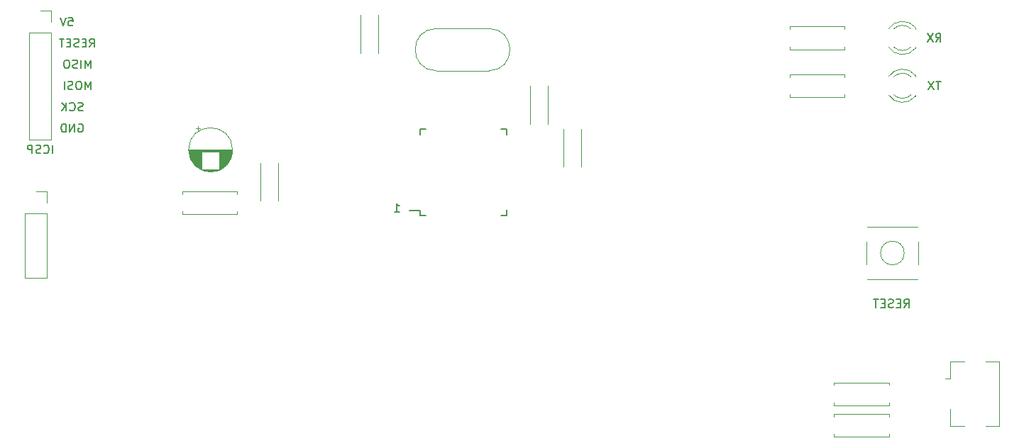
<source format=gbr>
%TF.GenerationSoftware,KiCad,Pcbnew,(5.1.6)-1*%
%TF.CreationDate,2020-10-19T15:42:45+08:00*%
%TF.ProjectId,sim,73696d2e-6b69-4636-9164-5f7063625858,rev?*%
%TF.SameCoordinates,Original*%
%TF.FileFunction,Legend,Bot*%
%TF.FilePolarity,Positive*%
%FSLAX46Y46*%
G04 Gerber Fmt 4.6, Leading zero omitted, Abs format (unit mm)*
G04 Created by KiCad (PCBNEW (5.1.6)-1) date 2020-10-19 15:42:45*
%MOMM*%
%LPD*%
G01*
G04 APERTURE LIST*
%ADD10C,0.150000*%
%ADD11C,0.120000*%
G04 APERTURE END LIST*
D10*
X105759285Y-74747380D02*
X106330714Y-74747380D01*
X106045000Y-74747380D02*
X106045000Y-73747380D01*
X106140238Y-73890238D01*
X106235476Y-73985476D01*
X106330714Y-74033095D01*
X64976190Y-67762380D02*
X64976190Y-66762380D01*
X63928571Y-67667142D02*
X63976190Y-67714761D01*
X64119047Y-67762380D01*
X64214285Y-67762380D01*
X64357142Y-67714761D01*
X64452380Y-67619523D01*
X64500000Y-67524285D01*
X64547619Y-67333809D01*
X64547619Y-67190952D01*
X64500000Y-67000476D01*
X64452380Y-66905238D01*
X64357142Y-66810000D01*
X64214285Y-66762380D01*
X64119047Y-66762380D01*
X63976190Y-66810000D01*
X63928571Y-66857619D01*
X63547619Y-67714761D02*
X63404761Y-67762380D01*
X63166666Y-67762380D01*
X63071428Y-67714761D01*
X63023809Y-67667142D01*
X62976190Y-67571904D01*
X62976190Y-67476666D01*
X63023809Y-67381428D01*
X63071428Y-67333809D01*
X63166666Y-67286190D01*
X63357142Y-67238571D01*
X63452380Y-67190952D01*
X63500000Y-67143333D01*
X63547619Y-67048095D01*
X63547619Y-66952857D01*
X63500000Y-66857619D01*
X63452380Y-66810000D01*
X63357142Y-66762380D01*
X63119047Y-66762380D01*
X62976190Y-66810000D01*
X62547619Y-67762380D02*
X62547619Y-66762380D01*
X62166666Y-66762380D01*
X62071428Y-66810000D01*
X62023809Y-66857619D01*
X61976190Y-66952857D01*
X61976190Y-67095714D01*
X62023809Y-67190952D01*
X62071428Y-67238571D01*
X62166666Y-67286190D01*
X62547619Y-67286190D01*
X170941904Y-59142380D02*
X170370476Y-59142380D01*
X170656190Y-60142380D02*
X170656190Y-59142380D01*
X170132380Y-59142380D02*
X169465714Y-60142380D01*
X169465714Y-59142380D02*
X170132380Y-60142380D01*
X170346666Y-54427380D02*
X170680000Y-53951190D01*
X170918095Y-54427380D02*
X170918095Y-53427380D01*
X170537142Y-53427380D01*
X170441904Y-53475000D01*
X170394285Y-53522619D01*
X170346666Y-53617857D01*
X170346666Y-53760714D01*
X170394285Y-53855952D01*
X170441904Y-53903571D01*
X170537142Y-53951190D01*
X170918095Y-53951190D01*
X170013333Y-53427380D02*
X169346666Y-54427380D01*
X169346666Y-53427380D02*
X170013333Y-54427380D01*
X166552380Y-86177380D02*
X166885714Y-85701190D01*
X167123809Y-86177380D02*
X167123809Y-85177380D01*
X166742857Y-85177380D01*
X166647619Y-85225000D01*
X166600000Y-85272619D01*
X166552380Y-85367857D01*
X166552380Y-85510714D01*
X166600000Y-85605952D01*
X166647619Y-85653571D01*
X166742857Y-85701190D01*
X167123809Y-85701190D01*
X166123809Y-85653571D02*
X165790476Y-85653571D01*
X165647619Y-86177380D02*
X166123809Y-86177380D01*
X166123809Y-85177380D01*
X165647619Y-85177380D01*
X165266666Y-86129761D02*
X165123809Y-86177380D01*
X164885714Y-86177380D01*
X164790476Y-86129761D01*
X164742857Y-86082142D01*
X164695238Y-85986904D01*
X164695238Y-85891666D01*
X164742857Y-85796428D01*
X164790476Y-85748809D01*
X164885714Y-85701190D01*
X165076190Y-85653571D01*
X165171428Y-85605952D01*
X165219047Y-85558333D01*
X165266666Y-85463095D01*
X165266666Y-85367857D01*
X165219047Y-85272619D01*
X165171428Y-85225000D01*
X165076190Y-85177380D01*
X164838095Y-85177380D01*
X164695238Y-85225000D01*
X164266666Y-85653571D02*
X163933333Y-85653571D01*
X163790476Y-86177380D02*
X164266666Y-86177380D01*
X164266666Y-85177380D01*
X163790476Y-85177380D01*
X163504761Y-85177380D02*
X162933333Y-85177380D01*
X163219047Y-86177380D02*
X163219047Y-85177380D01*
X68071904Y-64270000D02*
X68167142Y-64222380D01*
X68310000Y-64222380D01*
X68452857Y-64270000D01*
X68548095Y-64365238D01*
X68595714Y-64460476D01*
X68643333Y-64650952D01*
X68643333Y-64793809D01*
X68595714Y-64984285D01*
X68548095Y-65079523D01*
X68452857Y-65174761D01*
X68310000Y-65222380D01*
X68214761Y-65222380D01*
X68071904Y-65174761D01*
X68024285Y-65127142D01*
X68024285Y-64793809D01*
X68214761Y-64793809D01*
X67595714Y-65222380D02*
X67595714Y-64222380D01*
X67024285Y-65222380D01*
X67024285Y-64222380D01*
X66548095Y-65222380D02*
X66548095Y-64222380D01*
X66310000Y-64222380D01*
X66167142Y-64270000D01*
X66071904Y-64365238D01*
X66024285Y-64460476D01*
X65976666Y-64650952D01*
X65976666Y-64793809D01*
X66024285Y-64984285D01*
X66071904Y-65079523D01*
X66167142Y-65174761D01*
X66310000Y-65222380D01*
X66548095Y-65222380D01*
X69516428Y-57602380D02*
X69516428Y-56602380D01*
X69183095Y-57316666D01*
X68849761Y-56602380D01*
X68849761Y-57602380D01*
X68373571Y-57602380D02*
X68373571Y-56602380D01*
X67945000Y-57554761D02*
X67802142Y-57602380D01*
X67564047Y-57602380D01*
X67468809Y-57554761D01*
X67421190Y-57507142D01*
X67373571Y-57411904D01*
X67373571Y-57316666D01*
X67421190Y-57221428D01*
X67468809Y-57173809D01*
X67564047Y-57126190D01*
X67754523Y-57078571D01*
X67849761Y-57030952D01*
X67897380Y-56983333D01*
X67945000Y-56888095D01*
X67945000Y-56792857D01*
X67897380Y-56697619D01*
X67849761Y-56650000D01*
X67754523Y-56602380D01*
X67516428Y-56602380D01*
X67373571Y-56650000D01*
X66754523Y-56602380D02*
X66564047Y-56602380D01*
X66468809Y-56650000D01*
X66373571Y-56745238D01*
X66325952Y-56935714D01*
X66325952Y-57269047D01*
X66373571Y-57459523D01*
X66468809Y-57554761D01*
X66564047Y-57602380D01*
X66754523Y-57602380D01*
X66849761Y-57554761D01*
X66945000Y-57459523D01*
X66992619Y-57269047D01*
X66992619Y-56935714D01*
X66945000Y-56745238D01*
X66849761Y-56650000D01*
X66754523Y-56602380D01*
X69516428Y-60142380D02*
X69516428Y-59142380D01*
X69183095Y-59856666D01*
X68849761Y-59142380D01*
X68849761Y-60142380D01*
X68183095Y-59142380D02*
X67992619Y-59142380D01*
X67897380Y-59190000D01*
X67802142Y-59285238D01*
X67754523Y-59475714D01*
X67754523Y-59809047D01*
X67802142Y-59999523D01*
X67897380Y-60094761D01*
X67992619Y-60142380D01*
X68183095Y-60142380D01*
X68278333Y-60094761D01*
X68373571Y-59999523D01*
X68421190Y-59809047D01*
X68421190Y-59475714D01*
X68373571Y-59285238D01*
X68278333Y-59190000D01*
X68183095Y-59142380D01*
X67373571Y-60094761D02*
X67230714Y-60142380D01*
X66992619Y-60142380D01*
X66897380Y-60094761D01*
X66849761Y-60047142D01*
X66802142Y-59951904D01*
X66802142Y-59856666D01*
X66849761Y-59761428D01*
X66897380Y-59713809D01*
X66992619Y-59666190D01*
X67183095Y-59618571D01*
X67278333Y-59570952D01*
X67325952Y-59523333D01*
X67373571Y-59428095D01*
X67373571Y-59332857D01*
X67325952Y-59237619D01*
X67278333Y-59190000D01*
X67183095Y-59142380D01*
X66945000Y-59142380D01*
X66802142Y-59190000D01*
X66373571Y-60142380D02*
X66373571Y-59142380D01*
X68595714Y-62634761D02*
X68452857Y-62682380D01*
X68214761Y-62682380D01*
X68119523Y-62634761D01*
X68071904Y-62587142D01*
X68024285Y-62491904D01*
X68024285Y-62396666D01*
X68071904Y-62301428D01*
X68119523Y-62253809D01*
X68214761Y-62206190D01*
X68405238Y-62158571D01*
X68500476Y-62110952D01*
X68548095Y-62063333D01*
X68595714Y-61968095D01*
X68595714Y-61872857D01*
X68548095Y-61777619D01*
X68500476Y-61730000D01*
X68405238Y-61682380D01*
X68167142Y-61682380D01*
X68024285Y-61730000D01*
X67024285Y-62587142D02*
X67071904Y-62634761D01*
X67214761Y-62682380D01*
X67310000Y-62682380D01*
X67452857Y-62634761D01*
X67548095Y-62539523D01*
X67595714Y-62444285D01*
X67643333Y-62253809D01*
X67643333Y-62110952D01*
X67595714Y-61920476D01*
X67548095Y-61825238D01*
X67452857Y-61730000D01*
X67310000Y-61682380D01*
X67214761Y-61682380D01*
X67071904Y-61730000D01*
X67024285Y-61777619D01*
X66595714Y-62682380D02*
X66595714Y-61682380D01*
X66024285Y-62682380D02*
X66452857Y-62110952D01*
X66024285Y-61682380D02*
X66595714Y-62253809D01*
X69397380Y-55062380D02*
X69730714Y-54586190D01*
X69968809Y-55062380D02*
X69968809Y-54062380D01*
X69587857Y-54062380D01*
X69492619Y-54110000D01*
X69445000Y-54157619D01*
X69397380Y-54252857D01*
X69397380Y-54395714D01*
X69445000Y-54490952D01*
X69492619Y-54538571D01*
X69587857Y-54586190D01*
X69968809Y-54586190D01*
X68968809Y-54538571D02*
X68635476Y-54538571D01*
X68492619Y-55062380D02*
X68968809Y-55062380D01*
X68968809Y-54062380D01*
X68492619Y-54062380D01*
X68111666Y-55014761D02*
X67968809Y-55062380D01*
X67730714Y-55062380D01*
X67635476Y-55014761D01*
X67587857Y-54967142D01*
X67540238Y-54871904D01*
X67540238Y-54776666D01*
X67587857Y-54681428D01*
X67635476Y-54633809D01*
X67730714Y-54586190D01*
X67921190Y-54538571D01*
X68016428Y-54490952D01*
X68064047Y-54443333D01*
X68111666Y-54348095D01*
X68111666Y-54252857D01*
X68064047Y-54157619D01*
X68016428Y-54110000D01*
X67921190Y-54062380D01*
X67683095Y-54062380D01*
X67540238Y-54110000D01*
X67111666Y-54538571D02*
X66778333Y-54538571D01*
X66635476Y-55062380D02*
X67111666Y-55062380D01*
X67111666Y-54062380D01*
X66635476Y-54062380D01*
X66349761Y-54062380D02*
X65778333Y-54062380D01*
X66064047Y-55062380D02*
X66064047Y-54062380D01*
X66865476Y-51522380D02*
X67341666Y-51522380D01*
X67389285Y-51998571D01*
X67341666Y-51950952D01*
X67246428Y-51903333D01*
X67008333Y-51903333D01*
X66913095Y-51950952D01*
X66865476Y-51998571D01*
X66817857Y-52093809D01*
X66817857Y-52331904D01*
X66865476Y-52427142D01*
X66913095Y-52474761D01*
X67008333Y-52522380D01*
X67246428Y-52522380D01*
X67341666Y-52474761D01*
X67389285Y-52427142D01*
X66532142Y-51522380D02*
X66198809Y-52522380D01*
X65865476Y-51522380D01*
D11*
%TO.C,SW1*%
X168295000Y-81005000D02*
X168295000Y-78325000D01*
X162055000Y-78325000D02*
X162055000Y-81005000D01*
X162205000Y-82785000D02*
X168145000Y-82785000D01*
X162205000Y-76545000D02*
X168145000Y-76545000D01*
X166589214Y-79665000D02*
G75*
G03*
X166589214Y-79665000I-1414214J0D01*
G01*
%TO.C,C2*%
X103820000Y-55770000D02*
X103820000Y-51230000D01*
X101680000Y-55770000D02*
X101680000Y-51230000D01*
X103820000Y-55770000D02*
X103805000Y-55770000D01*
X101695000Y-55770000D02*
X101680000Y-55770000D01*
X103820000Y-51230000D02*
X103805000Y-51230000D01*
X101695000Y-51230000D02*
X101680000Y-51230000D01*
D10*
%TO.C,U1*%
X108825000Y-75175000D02*
X108825000Y-74600000D01*
X119175000Y-75175000D02*
X119175000Y-74500000D01*
X119175000Y-64825000D02*
X119175000Y-65500000D01*
X108825000Y-64825000D02*
X108825000Y-65500000D01*
X108825000Y-75175000D02*
X109500000Y-75175000D01*
X108825000Y-64825000D02*
X109500000Y-64825000D01*
X119175000Y-64825000D02*
X118500000Y-64825000D01*
X119175000Y-75175000D02*
X118500000Y-75175000D01*
X108825000Y-74600000D02*
X107550000Y-74600000D01*
D11*
%TO.C,Y1*%
X117017000Y-52847000D02*
X110767000Y-52847000D01*
X117017000Y-57897000D02*
X110767000Y-57897000D01*
X117017000Y-57897000D02*
G75*
G03*
X117017000Y-52847000I0J2525000D01*
G01*
X110767000Y-57897000D02*
G75*
G02*
X110767000Y-52847000I0J2525000D01*
G01*
%TO.C,J1*%
X177910000Y-92640000D02*
X176300000Y-92640000D01*
X172090000Y-100360000D02*
X172090000Y-98300000D01*
X173800000Y-100360000D02*
X172090000Y-100360000D01*
X172090000Y-92640000D02*
X172090000Y-94700000D01*
X173800000Y-92640000D02*
X172090000Y-92640000D01*
X177910000Y-92640000D02*
X177910000Y-100360000D01*
X177910000Y-100360000D02*
X176300000Y-100360000D01*
X172090000Y-94700000D02*
X171500000Y-94700000D01*
%TO.C,J2*%
X64330000Y-82610000D02*
X61670000Y-82610000D01*
X64330000Y-74930000D02*
X64330000Y-82610000D01*
X61670000Y-74930000D02*
X61670000Y-82610000D01*
X64330000Y-74930000D02*
X61670000Y-74930000D01*
X64330000Y-73660000D02*
X64330000Y-72330000D01*
X64330000Y-72330000D02*
X63000000Y-72330000D01*
%TO.C,J3*%
X64830000Y-66100000D02*
X62170000Y-66100000D01*
X64830000Y-53340000D02*
X64830000Y-66100000D01*
X62170000Y-53340000D02*
X62170000Y-66100000D01*
X64830000Y-53340000D02*
X62170000Y-53340000D01*
X64830000Y-52070000D02*
X64830000Y-50740000D01*
X64830000Y-50740000D02*
X63500000Y-50740000D01*
%TO.C,C1*%
X121930000Y-59730000D02*
X121930000Y-64270000D01*
X124070000Y-59730000D02*
X124070000Y-64270000D01*
X121930000Y-59730000D02*
X121945000Y-59730000D01*
X124055000Y-59730000D02*
X124070000Y-59730000D01*
X121930000Y-64270000D02*
X121945000Y-64270000D01*
X124055000Y-64270000D02*
X124070000Y-64270000D01*
%TO.C,D15*%
X167930000Y-55055000D02*
X167930000Y-55211000D01*
X167930000Y-52739000D02*
X167930000Y-52895000D01*
X165328870Y-55054837D02*
G75*
G03*
X167410961Y-55055000I1041130J1079837D01*
G01*
X165328870Y-52895163D02*
G75*
G02*
X167410961Y-52895000I1041130J-1079837D01*
G01*
X164697665Y-55053608D02*
G75*
G03*
X167930000Y-55210516I1672335J1078608D01*
G01*
X164697665Y-52896392D02*
G75*
G02*
X167930000Y-52739484I1672335J-1078608D01*
G01*
%TO.C,D16*%
X167930000Y-58454000D02*
X167930000Y-58610000D01*
X167930000Y-60770000D02*
X167930000Y-60926000D01*
X164697665Y-58611392D02*
G75*
G02*
X167930000Y-58454484I1672335J-1078608D01*
G01*
X164697665Y-60768608D02*
G75*
G03*
X167930000Y-60925516I1672335J1078608D01*
G01*
X165328870Y-58610163D02*
G75*
G02*
X167410961Y-58610000I1041130J-1079837D01*
G01*
X165328870Y-60769837D02*
G75*
G03*
X167410961Y-60770000I1041130J1079837D01*
G01*
%TO.C,C3*%
X82095000Y-64775225D02*
X82595000Y-64775225D01*
X82345000Y-64525225D02*
X82345000Y-65025225D01*
X83536000Y-69931000D02*
X84104000Y-69931000D01*
X83302000Y-69891000D02*
X84338000Y-69891000D01*
X83143000Y-69851000D02*
X84497000Y-69851000D01*
X83015000Y-69811000D02*
X84625000Y-69811000D01*
X82905000Y-69771000D02*
X84735000Y-69771000D01*
X82809000Y-69731000D02*
X84831000Y-69731000D01*
X82722000Y-69691000D02*
X84918000Y-69691000D01*
X82642000Y-69651000D02*
X84998000Y-69651000D01*
X84860000Y-69611000D02*
X85071000Y-69611000D01*
X82569000Y-69611000D02*
X82780000Y-69611000D01*
X84860000Y-69571000D02*
X85139000Y-69571000D01*
X82501000Y-69571000D02*
X82780000Y-69571000D01*
X84860000Y-69531000D02*
X85203000Y-69531000D01*
X82437000Y-69531000D02*
X82780000Y-69531000D01*
X84860000Y-69491000D02*
X85263000Y-69491000D01*
X82377000Y-69491000D02*
X82780000Y-69491000D01*
X84860000Y-69451000D02*
X85320000Y-69451000D01*
X82320000Y-69451000D02*
X82780000Y-69451000D01*
X84860000Y-69411000D02*
X85374000Y-69411000D01*
X82266000Y-69411000D02*
X82780000Y-69411000D01*
X84860000Y-69371000D02*
X85425000Y-69371000D01*
X82215000Y-69371000D02*
X82780000Y-69371000D01*
X84860000Y-69331000D02*
X85473000Y-69331000D01*
X82167000Y-69331000D02*
X82780000Y-69331000D01*
X84860000Y-69291000D02*
X85519000Y-69291000D01*
X82121000Y-69291000D02*
X82780000Y-69291000D01*
X84860000Y-69251000D02*
X85563000Y-69251000D01*
X82077000Y-69251000D02*
X82780000Y-69251000D01*
X84860000Y-69211000D02*
X85605000Y-69211000D01*
X82035000Y-69211000D02*
X82780000Y-69211000D01*
X84860000Y-69171000D02*
X85646000Y-69171000D01*
X81994000Y-69171000D02*
X82780000Y-69171000D01*
X84860000Y-69131000D02*
X85684000Y-69131000D01*
X81956000Y-69131000D02*
X82780000Y-69131000D01*
X84860000Y-69091000D02*
X85721000Y-69091000D01*
X81919000Y-69091000D02*
X82780000Y-69091000D01*
X84860000Y-69051000D02*
X85757000Y-69051000D01*
X81883000Y-69051000D02*
X82780000Y-69051000D01*
X84860000Y-69011000D02*
X85791000Y-69011000D01*
X81849000Y-69011000D02*
X82780000Y-69011000D01*
X84860000Y-68971000D02*
X85824000Y-68971000D01*
X81816000Y-68971000D02*
X82780000Y-68971000D01*
X84860000Y-68931000D02*
X85855000Y-68931000D01*
X81785000Y-68931000D02*
X82780000Y-68931000D01*
X84860000Y-68891000D02*
X85885000Y-68891000D01*
X81755000Y-68891000D02*
X82780000Y-68891000D01*
X84860000Y-68851000D02*
X85915000Y-68851000D01*
X81725000Y-68851000D02*
X82780000Y-68851000D01*
X84860000Y-68811000D02*
X85942000Y-68811000D01*
X81698000Y-68811000D02*
X82780000Y-68811000D01*
X84860000Y-68771000D02*
X85969000Y-68771000D01*
X81671000Y-68771000D02*
X82780000Y-68771000D01*
X84860000Y-68731000D02*
X85995000Y-68731000D01*
X81645000Y-68731000D02*
X82780000Y-68731000D01*
X84860000Y-68691000D02*
X86020000Y-68691000D01*
X81620000Y-68691000D02*
X82780000Y-68691000D01*
X84860000Y-68651000D02*
X86044000Y-68651000D01*
X81596000Y-68651000D02*
X82780000Y-68651000D01*
X84860000Y-68611000D02*
X86067000Y-68611000D01*
X81573000Y-68611000D02*
X82780000Y-68611000D01*
X84860000Y-68571000D02*
X86088000Y-68571000D01*
X81552000Y-68571000D02*
X82780000Y-68571000D01*
X84860000Y-68531000D02*
X86110000Y-68531000D01*
X81530000Y-68531000D02*
X82780000Y-68531000D01*
X84860000Y-68491000D02*
X86130000Y-68491000D01*
X81510000Y-68491000D02*
X82780000Y-68491000D01*
X84860000Y-68451000D02*
X86149000Y-68451000D01*
X81491000Y-68451000D02*
X82780000Y-68451000D01*
X84860000Y-68411000D02*
X86168000Y-68411000D01*
X81472000Y-68411000D02*
X82780000Y-68411000D01*
X84860000Y-68371000D02*
X86185000Y-68371000D01*
X81455000Y-68371000D02*
X82780000Y-68371000D01*
X84860000Y-68331000D02*
X86202000Y-68331000D01*
X81438000Y-68331000D02*
X82780000Y-68331000D01*
X84860000Y-68291000D02*
X86218000Y-68291000D01*
X81422000Y-68291000D02*
X82780000Y-68291000D01*
X84860000Y-68251000D02*
X86234000Y-68251000D01*
X81406000Y-68251000D02*
X82780000Y-68251000D01*
X84860000Y-68211000D02*
X86248000Y-68211000D01*
X81392000Y-68211000D02*
X82780000Y-68211000D01*
X84860000Y-68171000D02*
X86262000Y-68171000D01*
X81378000Y-68171000D02*
X82780000Y-68171000D01*
X84860000Y-68131000D02*
X86275000Y-68131000D01*
X81365000Y-68131000D02*
X82780000Y-68131000D01*
X84860000Y-68091000D02*
X86288000Y-68091000D01*
X81352000Y-68091000D02*
X82780000Y-68091000D01*
X84860000Y-68051000D02*
X86300000Y-68051000D01*
X81340000Y-68051000D02*
X82780000Y-68051000D01*
X84860000Y-68010000D02*
X86311000Y-68010000D01*
X81329000Y-68010000D02*
X82780000Y-68010000D01*
X84860000Y-67970000D02*
X86321000Y-67970000D01*
X81319000Y-67970000D02*
X82780000Y-67970000D01*
X84860000Y-67930000D02*
X86331000Y-67930000D01*
X81309000Y-67930000D02*
X82780000Y-67930000D01*
X84860000Y-67890000D02*
X86340000Y-67890000D01*
X81300000Y-67890000D02*
X82780000Y-67890000D01*
X84860000Y-67850000D02*
X86348000Y-67850000D01*
X81292000Y-67850000D02*
X82780000Y-67850000D01*
X84860000Y-67810000D02*
X86356000Y-67810000D01*
X81284000Y-67810000D02*
X82780000Y-67810000D01*
X84860000Y-67770000D02*
X86363000Y-67770000D01*
X81277000Y-67770000D02*
X82780000Y-67770000D01*
X84860000Y-67730000D02*
X86370000Y-67730000D01*
X81270000Y-67730000D02*
X82780000Y-67730000D01*
X84860000Y-67690000D02*
X86376000Y-67690000D01*
X81264000Y-67690000D02*
X82780000Y-67690000D01*
X84860000Y-67650000D02*
X86381000Y-67650000D01*
X81259000Y-67650000D02*
X82780000Y-67650000D01*
X84860000Y-67610000D02*
X86385000Y-67610000D01*
X81255000Y-67610000D02*
X82780000Y-67610000D01*
X84860000Y-67570000D02*
X86389000Y-67570000D01*
X81251000Y-67570000D02*
X82780000Y-67570000D01*
X81247000Y-67530000D02*
X86393000Y-67530000D01*
X81244000Y-67490000D02*
X86396000Y-67490000D01*
X81242000Y-67450000D02*
X86398000Y-67450000D01*
X81241000Y-67410000D02*
X86399000Y-67410000D01*
X81240000Y-67370000D02*
X86400000Y-67370000D01*
X81240000Y-67330000D02*
X86400000Y-67330000D01*
X86440000Y-67330000D02*
G75*
G03*
X86440000Y-67330000I-2620000J0D01*
G01*
%TO.C,C4*%
X91875000Y-73430000D02*
X91875000Y-68890000D01*
X89735000Y-73430000D02*
X89735000Y-68890000D01*
X91875000Y-73430000D02*
X91860000Y-73430000D01*
X89750000Y-73430000D02*
X89735000Y-73430000D01*
X91875000Y-68890000D02*
X91860000Y-68890000D01*
X89750000Y-68890000D02*
X89735000Y-68890000D01*
%TO.C,C5*%
X125945000Y-64826000D02*
X125930000Y-64826000D01*
X128070000Y-64826000D02*
X128055000Y-64826000D01*
X125945000Y-69366000D02*
X125930000Y-69366000D01*
X128070000Y-69366000D02*
X128055000Y-69366000D01*
X125930000Y-69366000D02*
X125930000Y-64826000D01*
X128070000Y-69366000D02*
X128070000Y-64826000D01*
%TO.C,R1*%
X164750000Y-98880000D02*
X164750000Y-99210000D01*
X158210000Y-98880000D02*
X164750000Y-98880000D01*
X158210000Y-99210000D02*
X158210000Y-98880000D01*
X164750000Y-101620000D02*
X164750000Y-101290000D01*
X158210000Y-101620000D02*
X164750000Y-101620000D01*
X158210000Y-101290000D02*
X158210000Y-101620000D01*
%TO.C,R2*%
X158210000Y-97540000D02*
X158210000Y-97870000D01*
X158210000Y-97870000D02*
X164750000Y-97870000D01*
X164750000Y-97870000D02*
X164750000Y-97540000D01*
X158210000Y-95460000D02*
X158210000Y-95130000D01*
X158210000Y-95130000D02*
X164750000Y-95130000D01*
X164750000Y-95130000D02*
X164750000Y-95460000D01*
%TO.C,R3*%
X80420000Y-75030000D02*
X80420000Y-74700000D01*
X86960000Y-75030000D02*
X80420000Y-75030000D01*
X86960000Y-74700000D02*
X86960000Y-75030000D01*
X80420000Y-72290000D02*
X80420000Y-72620000D01*
X86960000Y-72290000D02*
X80420000Y-72290000D01*
X86960000Y-72620000D02*
X86960000Y-72290000D01*
%TO.C,R4*%
X152940000Y-55015000D02*
X152940000Y-55345000D01*
X152940000Y-55345000D02*
X159480000Y-55345000D01*
X159480000Y-55345000D02*
X159480000Y-55015000D01*
X152940000Y-52935000D02*
X152940000Y-52605000D01*
X152940000Y-52605000D02*
X159480000Y-52605000D01*
X159480000Y-52605000D02*
X159480000Y-52935000D01*
%TO.C,R5*%
X159480000Y-58320000D02*
X159480000Y-58650000D01*
X152940000Y-58320000D02*
X159480000Y-58320000D01*
X152940000Y-58650000D02*
X152940000Y-58320000D01*
X159480000Y-61060000D02*
X159480000Y-60730000D01*
X152940000Y-61060000D02*
X159480000Y-61060000D01*
X152940000Y-60730000D02*
X152940000Y-61060000D01*
%TD*%
M02*

</source>
